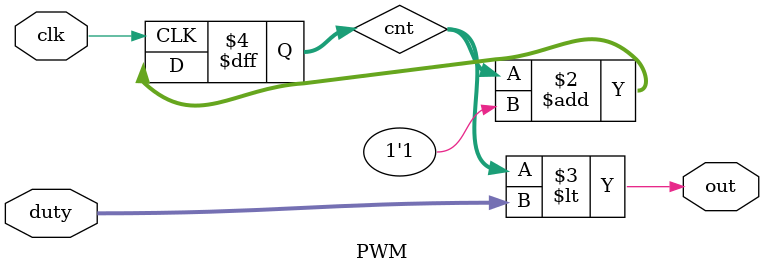
<source format=sv>
`default_nettype none

module PWM #(
	dutyBits = 2
) (
	input  wire                clk,
	input  wire [dutyBits-1:0] duty,
	output wire                out
);
	reg [dutyBits-1:0] cnt;

	always_ff @(posedge clk) begin
		cnt <= cnt + 1'b1;
	end

	assign out = (cnt < duty);
endmodule

</source>
